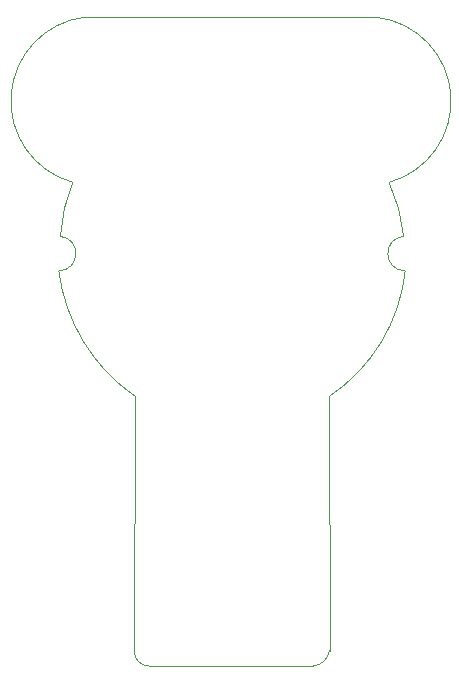
<source format=gbr>
%TF.GenerationSoftware,KiCad,Pcbnew,6.0.2+dfsg-1*%
%TF.CreationDate,2023-08-31T23:38:16+02:00*%
%TF.ProjectId,UnUn_BNC,556e556e-5f42-44e4-932e-6b696361645f,rev?*%
%TF.SameCoordinates,Original*%
%TF.FileFunction,Profile,NP*%
%FSLAX46Y46*%
G04 Gerber Fmt 4.6, Leading zero omitted, Abs format (unit mm)*
G04 Created by KiCad (PCBNEW 6.0.2+dfsg-1) date 2023-08-31 23:38:16*
%MOMM*%
%LPD*%
G01*
G04 APERTURE LIST*
%TA.AperFunction,Profile*%
%ADD10C,0.100000*%
%TD*%
G04 APERTURE END LIST*
D10*
X125869950Y-99100000D02*
X125861231Y-77548862D01*
X109338428Y-99195499D02*
G75*
G03*
X110547572Y-100383974I1236807J48993D01*
G01*
X102945817Y-66926406D02*
G75*
G03*
X109402031Y-77548862I15112731J1912118D01*
G01*
X125861231Y-77548862D02*
G75*
G03*
X132281854Y-66925327I-8123333J12161565D01*
G01*
X102945817Y-66926406D02*
G75*
G03*
X103078577Y-64011716I-11227J1460880D01*
G01*
X109338428Y-99195499D02*
X109402031Y-77548862D01*
X104140000Y-59436000D02*
G75*
G03*
X103078577Y-64011716I12561854J-5324924D01*
G01*
X132149094Y-64010637D02*
G75*
G03*
X130910075Y-59436000I-14159959J-1380049D01*
G01*
X130910075Y-59436000D02*
G75*
G03*
X129894075Y-45466000I-1885632J6884809D01*
G01*
X124452429Y-100400000D02*
G75*
G03*
X125869950Y-99100000I-111139J1544019D01*
G01*
X132149094Y-64010637D02*
G75*
G03*
X132281854Y-66925327I119208J-1454939D01*
G01*
X110547572Y-100383974D02*
X124452429Y-100400000D01*
X105125000Y-45450000D02*
X129894075Y-45466000D01*
X105125000Y-45450000D02*
G75*
G03*
X104140000Y-59436000I913543J-7092024D01*
G01*
M02*

</source>
